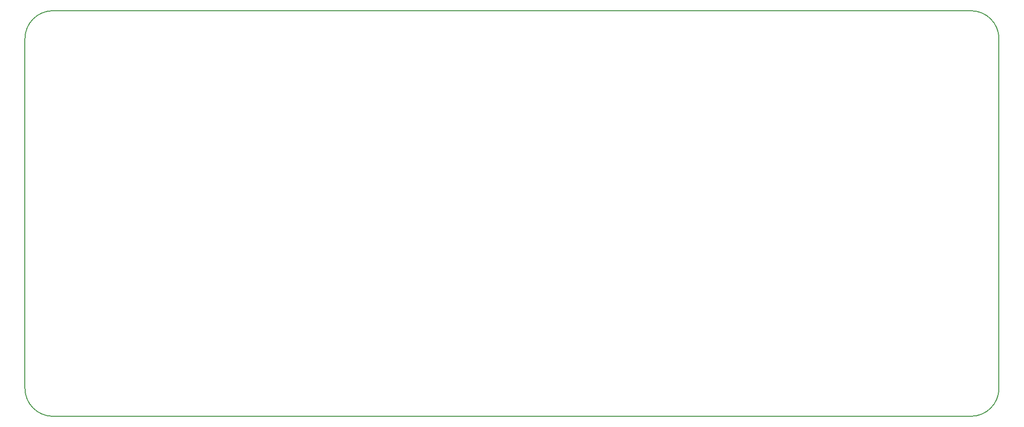
<source format=gm1>
%TF.GenerationSoftware,KiCad,Pcbnew,(5.0.0)*%
%TF.CreationDate,2018-10-23T17:21:25+02:00*%
%TF.ProjectId,S80 Breakout 7in,53383020427265616B6F75742037696E,1.0*%
%TF.SameCoordinates,Original*%
%TF.FileFunction,Profile,NP*%
%FSLAX46Y46*%
G04 Gerber Fmt 4.6, Leading zero omitted, Abs format (unit mm)*
G04 Created by KiCad (PCBNEW (5.0.0)) date 10/23/18 17:21:25*
%MOMM*%
%LPD*%
G01*
G04 APERTURE LIST*
%ADD10C,0.200000*%
G04 APERTURE END LIST*
D10*
X238125000Y-135890000D02*
X238125000Y-72390000D01*
X66675000Y-140970000D02*
X233045000Y-140970000D01*
X61595000Y-72390000D02*
X61595000Y-135890000D01*
X233045000Y-67310000D02*
X66675000Y-67310000D01*
X233045000Y-67310000D02*
G75*
G02X238125000Y-72390000I0J-5080000D01*
G01*
X238125000Y-135890000D02*
G75*
G02X233045000Y-140970000I-5080000J0D01*
G01*
X66675000Y-140970000D02*
G75*
G02X61595000Y-135890000I0J5080000D01*
G01*
X61595000Y-72390000D02*
G75*
G02X66675000Y-67310000I5080000J0D01*
G01*
M02*

</source>
